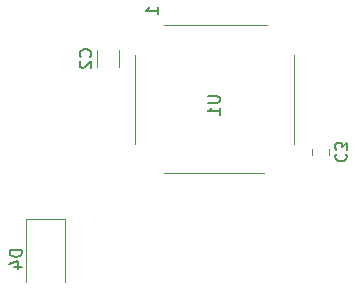
<source format=gbr>
%TF.GenerationSoftware,KiCad,Pcbnew,(5.1.10)-1*%
%TF.CreationDate,2021-10-19T15:37:20+02:00*%
%TF.ProjectId,OpenHeat,4f70656e-4865-4617-942e-6b696361645f,1.0*%
%TF.SameCoordinates,Original*%
%TF.FileFunction,Legend,Bot*%
%TF.FilePolarity,Positive*%
%FSLAX46Y46*%
G04 Gerber Fmt 4.6, Leading zero omitted, Abs format (unit mm)*
G04 Created by KiCad (PCBNEW (5.1.10)-1) date 2021-10-19 15:37:20*
%MOMM*%
%LPD*%
G01*
G04 APERTURE LIST*
%ADD10C,0.120000*%
%ADD11C,0.150000*%
G04 APERTURE END LIST*
D10*
%TO.C,U1*%
X128500000Y-102250000D02*
X119750000Y-102250000D01*
X130750000Y-112250000D02*
X130750000Y-104750000D01*
X119750000Y-114750000D02*
X128250000Y-114750000D01*
X117250000Y-104750000D02*
X117250000Y-112250000D01*
%TO.C,D4*%
X108100000Y-118600000D02*
X111400000Y-118600000D01*
X111400000Y-118600000D02*
X111400000Y-124000000D01*
X108100000Y-118600000D02*
X108100000Y-124000000D01*
%TO.C,C3*%
X133735000Y-113223752D02*
X133735000Y-112701248D01*
X132265000Y-113223752D02*
X132265000Y-112701248D01*
%TO.C,C2*%
X114090000Y-104351248D02*
X114090000Y-105773752D01*
X115910000Y-104351248D02*
X115910000Y-105773752D01*
%TO.C,U1*%
D11*
X123452380Y-108238095D02*
X124261904Y-108238095D01*
X124357142Y-108285714D01*
X124404761Y-108333333D01*
X124452380Y-108428571D01*
X124452380Y-108619047D01*
X124404761Y-108714285D01*
X124357142Y-108761904D01*
X124261904Y-108809523D01*
X123452380Y-108809523D01*
X124452380Y-109809523D02*
X124452380Y-109238095D01*
X124452380Y-109523809D02*
X123452380Y-109523809D01*
X123595238Y-109428571D01*
X123690476Y-109333333D01*
X123738095Y-109238095D01*
X119202380Y-101285714D02*
X119202380Y-100714285D01*
X119202380Y-101000000D02*
X118202380Y-101000000D01*
X118345238Y-100904761D01*
X118440476Y-100809523D01*
X118488095Y-100714285D01*
%TO.C,D4*%
X107702380Y-121261904D02*
X106702380Y-121261904D01*
X106702380Y-121500000D01*
X106750000Y-121642857D01*
X106845238Y-121738095D01*
X106940476Y-121785714D01*
X107130952Y-121833333D01*
X107273809Y-121833333D01*
X107464285Y-121785714D01*
X107559523Y-121738095D01*
X107654761Y-121642857D01*
X107702380Y-121500000D01*
X107702380Y-121261904D01*
X107035714Y-122690476D02*
X107702380Y-122690476D01*
X106654761Y-122452380D02*
X107369047Y-122214285D01*
X107369047Y-122833333D01*
%TO.C,C3*%
X134322857Y-113129166D02*
X134275238Y-113176785D01*
X134227619Y-113319642D01*
X134227619Y-113414880D01*
X134275238Y-113557738D01*
X134370476Y-113652976D01*
X134465714Y-113700595D01*
X134656190Y-113748214D01*
X134799047Y-113748214D01*
X134989523Y-113700595D01*
X135084761Y-113652976D01*
X135180000Y-113557738D01*
X135227619Y-113414880D01*
X135227619Y-113319642D01*
X135180000Y-113176785D01*
X135132380Y-113129166D01*
X135227619Y-112795833D02*
X135227619Y-112176785D01*
X134846666Y-112510119D01*
X134846666Y-112367261D01*
X134799047Y-112272023D01*
X134751428Y-112224404D01*
X134656190Y-112176785D01*
X134418095Y-112176785D01*
X134322857Y-112224404D01*
X134275238Y-112272023D01*
X134227619Y-112367261D01*
X134227619Y-112652976D01*
X134275238Y-112748214D01*
X134322857Y-112795833D01*
%TO.C,C2*%
X113507142Y-104895833D02*
X113554761Y-104848214D01*
X113602380Y-104705357D01*
X113602380Y-104610119D01*
X113554761Y-104467261D01*
X113459523Y-104372023D01*
X113364285Y-104324404D01*
X113173809Y-104276785D01*
X113030952Y-104276785D01*
X112840476Y-104324404D01*
X112745238Y-104372023D01*
X112650000Y-104467261D01*
X112602380Y-104610119D01*
X112602380Y-104705357D01*
X112650000Y-104848214D01*
X112697619Y-104895833D01*
X112697619Y-105276785D02*
X112650000Y-105324404D01*
X112602380Y-105419642D01*
X112602380Y-105657738D01*
X112650000Y-105752976D01*
X112697619Y-105800595D01*
X112792857Y-105848214D01*
X112888095Y-105848214D01*
X113030952Y-105800595D01*
X113602380Y-105229166D01*
X113602380Y-105848214D01*
%TD*%
M02*

</source>
